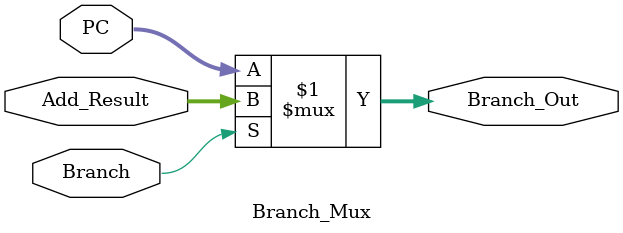
<source format=v>
module Branch_Mux(
    input [31:0] PC,
    input [31:0] Add_Result,
    input Branch,
    output [31:0] Branch_Out 
);

assign Branch_Out = (Branch)? Add_Result : PC;
endmodule


</source>
